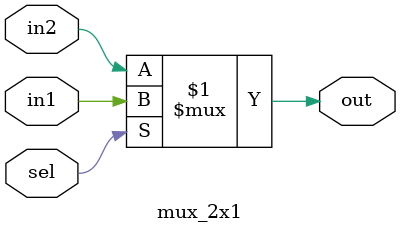
<source format=v>

module mux_2x1(input in1,
               input in2,
               input sel,
               output out);

    assign out=(sel)?in1:in2;

endmodule
</source>
